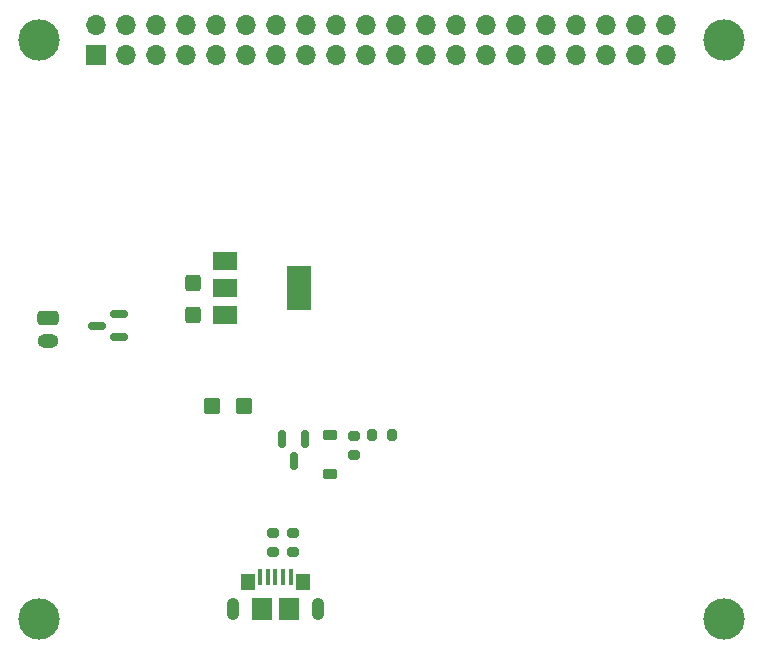
<source format=gts>
G04 #@! TF.GenerationSoftware,KiCad,Pcbnew,7.0.9*
G04 #@! TF.CreationDate,2023-11-15T19:01:28+02:00*
G04 #@! TF.ProjectId,Power,506f7765-722e-46b6-9963-61645f706362,rev?*
G04 #@! TF.SameCoordinates,Original*
G04 #@! TF.FileFunction,Soldermask,Top*
G04 #@! TF.FilePolarity,Negative*
%FSLAX46Y46*%
G04 Gerber Fmt 4.6, Leading zero omitted, Abs format (unit mm)*
G04 Created by KiCad (PCBNEW 7.0.9) date 2023-11-15 19:01:28*
%MOMM*%
%LPD*%
G01*
G04 APERTURE LIST*
G04 Aperture macros list*
%AMRoundRect*
0 Rectangle with rounded corners*
0 $1 Rounding radius*
0 $2 $3 $4 $5 $6 $7 $8 $9 X,Y pos of 4 corners*
0 Add a 4 corners polygon primitive as box body*
4,1,4,$2,$3,$4,$5,$6,$7,$8,$9,$2,$3,0*
0 Add four circle primitives for the rounded corners*
1,1,$1+$1,$2,$3*
1,1,$1+$1,$4,$5*
1,1,$1+$1,$6,$7*
1,1,$1+$1,$8,$9*
0 Add four rect primitives between the rounded corners*
20,1,$1+$1,$2,$3,$4,$5,0*
20,1,$1+$1,$4,$5,$6,$7,0*
20,1,$1+$1,$6,$7,$8,$9,0*
20,1,$1+$1,$8,$9,$2,$3,0*%
G04 Aperture macros list end*
%ADD10RoundRect,0.150000X0.587500X0.150000X-0.587500X0.150000X-0.587500X-0.150000X0.587500X-0.150000X0*%
%ADD11RoundRect,0.200000X-0.275000X0.200000X-0.275000X-0.200000X0.275000X-0.200000X0.275000X0.200000X0*%
%ADD12RoundRect,0.300000X-0.600000X0.300000X-0.600000X-0.300000X0.600000X-0.300000X0.600000X0.300000X0*%
%ADD13O,1.800000X1.200000*%
%ADD14C,3.500000*%
%ADD15RoundRect,0.225000X-0.375000X0.225000X-0.375000X-0.225000X0.375000X-0.225000X0.375000X0.225000X0*%
%ADD16R,2.000000X1.500000*%
%ADD17R,2.000000X3.800000*%
%ADD18R,0.400000X1.400000*%
%ADD19O,1.050000X1.900000*%
%ADD20R,1.150000X1.450000*%
%ADD21R,1.750000X1.900000*%
%ADD22RoundRect,0.150000X-0.150000X0.587500X-0.150000X-0.587500X0.150000X-0.587500X0.150000X0.587500X0*%
%ADD23RoundRect,0.250000X0.450000X0.425000X-0.450000X0.425000X-0.450000X-0.425000X0.450000X-0.425000X0*%
%ADD24RoundRect,0.250000X0.425000X-0.450000X0.425000X0.450000X-0.425000X0.450000X-0.425000X-0.450000X0*%
%ADD25RoundRect,0.200000X0.200000X0.275000X-0.200000X0.275000X-0.200000X-0.275000X0.200000X-0.275000X0*%
%ADD26R,1.700000X1.700000*%
%ADD27O,1.700000X1.700000*%
G04 APERTURE END LIST*
D10*
X128785000Y-93950000D03*
X128785000Y-92050000D03*
X126910000Y-93000000D03*
D11*
X141830000Y-110555000D03*
X141830000Y-112205000D03*
D12*
X122760000Y-92320000D03*
D13*
X122760000Y-94320000D03*
D11*
X148635000Y-102310000D03*
X148635000Y-103960000D03*
D14*
X121980000Y-68820000D03*
D15*
X146595000Y-102297500D03*
X146595000Y-105597500D03*
D11*
X143460000Y-110545000D03*
X143460000Y-112195000D03*
D16*
X137700000Y-87540000D03*
X137700000Y-89840000D03*
D17*
X144000000Y-89840000D03*
D16*
X137700000Y-92140000D03*
D18*
X140700000Y-114330000D03*
X141350000Y-114330000D03*
X142000000Y-114330000D03*
X142650000Y-114330000D03*
X143300000Y-114330000D03*
D19*
X138425000Y-116980000D03*
D20*
X139680000Y-114750000D03*
D21*
X140875000Y-116980000D03*
X143125000Y-116980000D03*
D20*
X144320000Y-114750000D03*
D19*
X145575000Y-116980000D03*
D14*
X121980000Y-117820000D03*
X179980000Y-117820000D03*
D22*
X144495000Y-102595000D03*
X142595000Y-102595000D03*
X143545000Y-104470000D03*
D23*
X139350000Y-99840000D03*
X136650000Y-99840000D03*
D24*
X135000000Y-92080000D03*
X135000000Y-89380000D03*
D25*
X151870000Y-102305000D03*
X150220000Y-102305000D03*
D14*
X179980000Y-68820000D03*
D26*
X126855000Y-70095000D03*
D27*
X126855000Y-67555000D03*
X129395000Y-70095000D03*
X129395000Y-67555000D03*
X131935000Y-70095000D03*
X131935000Y-67555000D03*
X134475000Y-70095000D03*
X134475000Y-67555000D03*
X137015000Y-70095000D03*
X137015000Y-67555000D03*
X139555000Y-70095000D03*
X139555000Y-67555000D03*
X142095000Y-70095000D03*
X142095000Y-67555000D03*
X144635000Y-70095000D03*
X144635000Y-67555000D03*
X147175000Y-70095000D03*
X147175000Y-67555000D03*
X149715000Y-70095000D03*
X149715000Y-67555000D03*
X152255000Y-70095000D03*
X152255000Y-67555000D03*
X154795000Y-70095000D03*
X154795000Y-67555000D03*
X157335000Y-70095000D03*
X157335000Y-67555000D03*
X159875000Y-70095000D03*
X159875000Y-67555000D03*
X162415000Y-70095000D03*
X162415000Y-67555000D03*
X164955000Y-70095000D03*
X164955000Y-67555000D03*
X167495000Y-70095000D03*
X167495000Y-67555000D03*
X170035000Y-70095000D03*
X170035000Y-67555000D03*
X172575000Y-70095000D03*
X172575000Y-67555000D03*
X175115000Y-70095000D03*
X175115000Y-67555000D03*
M02*

</source>
